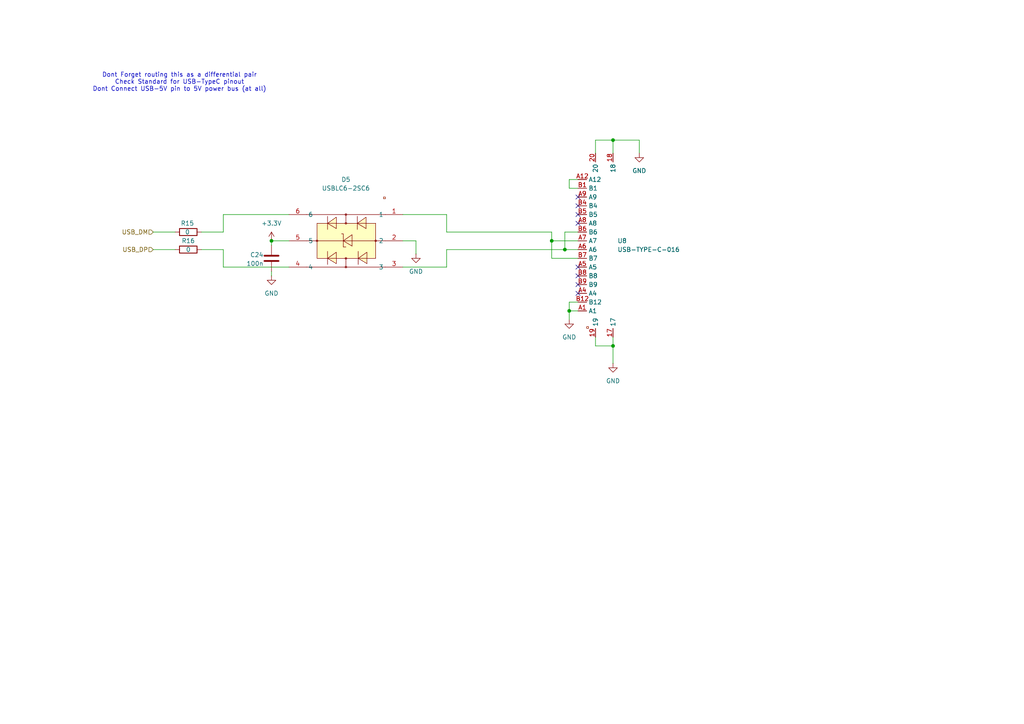
<source format=kicad_sch>
(kicad_sch (version 20250114) (generator "eeschema") (generator_version "9.0")
  (paper "A4")
  (lib_symbols
    (symbol "Device:C" (pin_numbers (hide yes)) (pin_names (offset 0.254))
      (property "Reference" "C" (at 0.635 2.54 0))
      (property "Value" "C" (at 0.635 -2.54 0))
      (symbol "C_0_1"
        (polyline (pts (xy -2.032 0.762) (xy 2.032 0.762)) (stroke (width 0.508)))
        (polyline (pts (xy -2.032 -0.762) (xy 2.032 -0.762)) (stroke (width 0.508)))
      )
      (symbol "C_1_1"
        (pin passive line (at 0 3.81 270) (length 2.794) (name "~") (number "1"))
        (pin passive line (at 0 -3.81 90) (length 2.794) (name "~") (number "2"))
      )
    )
    (symbol "Device:R" (pin_numbers (hide yes)) (pin_names (offset 0))
      (property "Reference" "R" (at 2.032 0 90))
      (property "Value" "R" (at 0 0 90))
      (symbol "R_0_1"
        (rectangle (start -1.016 -2.54) (end 1.016 2.54) (stroke (width 0.254)))
      )
      (symbol "R_1_1"
        (pin passive line (at 0 3.81 270) (length 1.27) (name "~") (number "1"))
        (pin passive line (at 0 -3.81 90) (length 1.27) (name "~") (number "2"))
      )
    )
    (symbol "EasyEDA:USB-TYPE-C-016"
      (property "Reference" "U" (at 0 12.7 0))
      (property "Value" "USB-TYPE-C-016" (at 0 -7.62 0))
      (symbol "USB-TYPE-C-016_0_1"
        (rectangle (start -16.51 5.08) (end -16 4.57) (fill (type background)))
        (pin unspecified line (at -19.05 2.54 0) (length 2.54) (name "19") (number "19"))
        (pin unspecified line (at -19.05 -2.54 0) (length 2.54) (name "17") (number "17"))
        (pin unspecified line (at -11.43 7.62 270) (length 2.54) (name "A1") (number "A1"))
        (pin unspecified line (at -8.89 7.62 270) (length 2.54) (name "B12") (number "B12"))
        (pin unspecified line (at -6.35 7.62 270) (length 2.54) (name "A4") (number "A4"))
        (pin unspecified line (at -3.81 7.62 270) (length 2.54) (name "B9") (number "B9"))
        (pin unspecified line (at -1.27 7.62 270) (length 2.54) (name "B8") (number "B8"))
        (pin unspecified line (at 1.27 7.62 270) (length 2.54) (name "A5") (number "A5"))
        (pin unspecified line (at 3.81 7.62 270) (length 2.54) (name "B7") (number "B7"))
        (pin unspecified line (at 6.35 7.62 270) (length 2.54) (name "A6") (number "A6"))
        (pin unspecified line (at 8.89 7.62 270) (length 2.54) (name "A7") (number "A7"))
        (pin unspecified line (at 11.43 7.62 270) (length 2.54) (name "B6") (number "B6"))
        (pin unspecified line (at 13.97 7.62 270) (length 2.54) (name "A8") (number "A8"))
        (pin unspecified line (at 16.51 7.62 270) (length 2.54) (name "B5") (number "B5"))
        (pin unspecified line (at 19.05 7.62 270) (length 2.54) (name "B4") (number "B4"))
        (pin unspecified line (at 21.59 7.62 270) (length 2.54) (name "A9") (number "A9"))
        (pin unspecified line (at 24.13 7.62 270) (length 2.54) (name "B1") (number "B1"))
        (pin unspecified line (at 26.67 7.62 270) (length 2.54) (name "A12") (number "A12"))
        (pin unspecified line (at 34.29 2.54 180) (length 2.54) (name "20") (number "20"))
        (pin unspecified line (at 34.29 -2.54 180) (length 2.54) (name "18") (number "18"))
      )
    )
    (symbol "EasyEDA:USBLC6-2SC6"
      (property "Reference" "D" (at 0 12.7 0))
      (property "Value" "USBLC6-2SC6" (at 0 -12.7 0))
      (symbol "USBLC6-2SC6_0_1"
        (rectangle (start -11.43 12.7) (end -10.92 12.19) (fill (type background)))
        (polyline (pts (xy -11.43 7.62) (xy 11.43 7.62)))
        (polyline (pts (xy -11.43 0) (xy 11.43 0)))
        (polyline (pts (xy -11.43 -7.62) (xy 11.43 -7.62)))
        (circle (center -8.64 0) (radius 0.25))
        (polyline (pts (xy -8.64 0) (xy -8.64 5.08) (xy 8.38 5.08) (xy 8.38 -5.08) (xy -8.64 -5.08) (xy -8.64 0)) (fill (type background)))
        (polyline (pts (xy -6.1 -6.6) (xy -3.56 -5.08) (xy -6.1 -3.3) (xy -6.1 -6.6)) (fill (type background)))
        (polyline (pts (xy -5.84 3.56) (xy -3.3 5.08) (xy -5.84 6.86) (xy -5.84 3.56)) (fill (type background)))
        (polyline (pts (xy -3.56 -3.05) (xy -3.56 -3.05) (xy -3.56 -6.86) (xy -3.56 -6.86)))
        (polyline (pts (xy -3.3 7.11) (xy -3.3 7.11) (xy -3.3 3.3) (xy -3.3 3.3)))
        (polyline (pts (xy -1.78 -1.52) (xy 0.76 0) (xy -1.78 1.78) (xy -1.78 -1.52)) (fill (type background)))
        (circle (center 0 7.62) (radius 0.25))
        (polyline (pts (xy 0 7.62) (xy 0 5.08)))
        (circle (center 0 5.08) (radius 0.25))
        (circle (center 0 -5.08) (radius 0.25))
        (polyline (pts (xy 0 -7.62) (xy 0 -5.08)))
        (circle (center 0 -7.62) (radius 0.25))
        (polyline (pts (xy 1.27 2.03) (xy 0.76 2.03) (xy 0.76 -1.78) (xy 0 -1.78)))
        (polyline (pts (xy 2.79 3.56) (xy 5.33 5.08) (xy 2.79 6.86) (xy 2.79 3.56)) (fill (type background)))
        (polyline (pts (xy 2.79 -6.6) (xy 5.33 -5.08) (xy 2.79 -3.3) (xy 2.79 -6.6)) (fill (type background)))
        (polyline (pts (xy 5.33 7.11) (xy 5.33 7.11) (xy 5.33 3.3) (xy 5.33 3.3)))
        (polyline (pts (xy 5.33 -3.05) (xy 5.33 -3.05) (xy 5.33 -6.86) (xy 5.33 -6.86)))
        (circle (center 8.38 0) (radius 0.25))
        (pin input line (at -16.51 7.62 0) (length 5.08) (name "1") (number "1"))
        (pin input line (at -16.51 0 0) (length 5.08) (name "2") (number "2"))
        (pin input line (at -16.51 -7.62 0) (length 5.08) (name "3") (number "3"))
        (pin input line (at 16.51 7.62 180) (length 5.08) (name "6") (number "6"))
        (pin input line (at 16.51 0 180) (length 5.08) (name "5") (number "5"))
        (pin input line (at 16.51 -7.62 180) (length 5.08) (name "4") (number "4"))
      )
    )
    (symbol "power:+3.3V" (power) (pin_numbers (hide yes)) (pin_names (offset 0) (hide yes))
      (property "Value" "+3.3V" (at 0 3.556 0))
      (symbol "+3.3V_0_1"
        (polyline (pts (xy -0.762 1.27) (xy 0 2.54)))
        (polyline (pts (xy 0 2.54) (xy 0.762 1.27)))
        (polyline (pts (xy 0 0) (xy 0 2.54)))
      )
      (symbol "+3.3V_1_1"
        (pin power_in line (at 0 0 90) (length 0) (name "~") (number "1"))
      )
    )
    (symbol "power:GND" (power) (pin_numbers (hide yes)) (pin_names (offset 0) (hide yes))
      (property "Value" "GND" (at 0 -3.81 0))
      (symbol "GND_0_1"
        (polyline (pts (xy 0 0) (xy 0 -1.27) (xy 1.27 -1.27) (xy 0 -2.54) (xy -1.27 -1.27) (xy 0 -1.27)))
      )
      (symbol "GND_1_1"
        (pin power_in line (at 0 0 270) (length 0) (name "~") (number "1"))
      )
    )
  )
  (text "Dont Forget routing this as a differential pair\nCheck Standard for USB-TypeC pinout\nDont Connect USB-5V pin to 5V power bus (at all)" (at 52.07 23.876 0) (effects (font (size 1.27 1.27))))
  (junction (at 78.74 69.85))
  (junction (at 165.1 90.17))
  (junction (at 177.8 100.33))
  (junction (at 160.02 69.85))
  (junction (at 163.83 72.39))
  (junction (at 177.8 40.64))
  (no_connect (at 167.64 80.01))
  (no_connect (at 167.64 64.77))
  (no_connect (at 167.64 57.15))
  (no_connect (at 167.64 77.47))
  (no_connect (at 167.64 82.55))
  (no_connect (at 167.64 59.69))
  (no_connect (at 167.64 62.23))
  (no_connect (at 167.64 85.09))
  (wire (pts (xy 64.77 77.47) (xy 64.77 72.39)))
  (wire (pts (xy 64.77 67.31) (xy 64.77 62.23)))
  (wire (pts (xy 165.1 52.07) (xy 165.1 54.61)))
  (wire (pts (xy 177.8 97.79) (xy 177.8 100.33)))
  (wire (pts (xy 167.64 67.31) (xy 163.83 67.31)))
  (wire (pts (xy 116.84 62.23) (xy 129.54 62.23)))
  (wire (pts (xy 83.82 77.47) (xy 64.77 77.47)))
  (wire (pts (xy 167.64 87.63) (xy 165.1 87.63)))
  (wire (pts (xy 64.77 62.23) (xy 83.82 62.23)))
  (wire (pts (xy 78.74 78.74) (xy 78.74 80.01)))
  (wire (pts (xy 120.65 69.85) (xy 120.65 73.66)))
  (wire (pts (xy 165.1 54.61) (xy 167.64 54.61)))
  (wire (pts (xy 129.54 77.47) (xy 116.84 77.47)))
  (wire (pts (xy 167.64 52.07) (xy 165.1 52.07)))
  (wire (pts (xy 129.54 72.39) (xy 129.54 77.47)))
  (wire (pts (xy 64.77 67.31) (xy 58.42 67.31)))
  (wire (pts (xy 160.02 67.31) (xy 160.02 69.85)))
  (wire (pts (xy 129.54 72.39) (xy 163.83 72.39)))
  (wire (pts (xy 172.72 40.64) (xy 172.72 44.45)))
  (wire (pts (xy 172.72 40.64) (xy 177.8 40.64)))
  (wire (pts (xy 177.8 100.33) (xy 177.8 105.41)))
  (wire (pts (xy 129.54 67.31) (xy 160.02 67.31)))
  (wire (pts (xy 44.45 72.39) (xy 50.8 72.39)))
  (wire (pts (xy 78.74 71.12) (xy 78.74 69.85)))
  (wire (pts (xy 185.42 40.64) (xy 185.42 44.45)))
  (wire (pts (xy 160.02 69.85) (xy 167.64 69.85)))
  (wire (pts (xy 185.42 40.64) (xy 177.8 40.64)))
  (wire (pts (xy 163.83 72.39) (xy 167.64 72.39)))
  (wire (pts (xy 172.72 100.33) (xy 177.8 100.33)))
  (wire (pts (xy 64.77 72.39) (xy 58.42 72.39)))
  (wire (pts (xy 160.02 69.85) (xy 160.02 74.93)))
  (wire (pts (xy 120.65 69.85) (xy 116.84 69.85)))
  (wire (pts (xy 129.54 62.23) (xy 129.54 67.31)))
  (wire (pts (xy 172.72 97.79) (xy 172.72 100.33)))
  (wire (pts (xy 78.74 69.85) (xy 83.82 69.85)))
  (wire (pts (xy 163.83 67.31) (xy 163.83 72.39)))
  (wire (pts (xy 165.1 90.17) (xy 165.1 92.71)))
  (wire (pts (xy 160.02 74.93) (xy 167.64 74.93)))
  (wire (pts (xy 165.1 87.63) (xy 165.1 90.17)))
  (wire (pts (xy 177.8 44.45) (xy 177.8 40.64)))
  (wire (pts (xy 44.45 67.31) (xy 50.8 67.31)))
  (wire (pts (xy 165.1 90.17) (xy 167.64 90.17)))
  (hierarchical_label "USB_DM" (shape input) (at 44.45 67.31 180))
  (hierarchical_label "USB_DP" (shape input) (at 44.45 72.39 180))
  (symbol (lib_id "power:GND") (at 185.42 44.45 0) (unit 1)
    (property "Reference" "#PWR060" (effects (hide yes)))
    (property "Value" "GND" (at 185.42 49.53 0))
    (property "Description" "Power symbol creates a global label with name \"GND\" , ground" (effects (hide yes)))
  )
  (symbol (lib_id "Device:R") (at 54.61 72.39 90) (unit 1)
    (property "Reference" "R16" (at 54.61 69.85 90))
    (property "Value" "0" (at 54.61 72.39 90))
    (property "Footprint" "Resistor_SMD:R_0805_2012Metric" (effects (hide yes)))
    (property "Description" "Resistor" (effects (hide yes)))
  )
  (symbol (lib_id "power:GND") (at 120.65 73.66 0) (unit 1)
    (property "Reference" "#PWR064" (effects (hide yes)))
    (property "Value" "GND" (at 120.65 78.74 0))
    (property "Description" "Power symbol creates a global label with name \"GND\" , ground" (effects (hide yes)))
  )
  (symbol (lib_id "power:GND") (at 78.74 80.01 0) (mirror y) (unit 1)
    (property "Reference" "#PWR065" (effects (hide yes)))
    (property "Value" "GND" (at 78.74 85.09 0))
    (property "Description" "Power symbol creates a global label with name \"GND\" , ground" (effects (hide yes)))
  )
  (symbol (lib_id "Device:C") (at 78.74 74.93 0) (mirror y) (unit 1)
    (property "Reference" "C24" (at 76.454 73.914 0) (effects (justify left)))
    (property "Value" "100n" (at 76.454 76.454 0) (effects (justify left)))
    (property "Footprint" "Capacitor_SMD:C_0805_2012Metric" (effects (hide yes)))
    (property "Description" "Unpolarized capacitor" (effects (hide yes)))
  )
  (symbol (lib_id "power:GND") (at 177.8 105.41 0) (unit 1)
    (property "Reference" "#PWR041" (effects (hide yes)))
    (property "Value" "GND" (at 177.8 110.49 0))
    (property "Description" "Power symbol creates a global label with name \"GND\" , ground" (effects (hide yes)))
  )
  (symbol (lib_id "power:GND") (at 165.1 92.71 0) (unit 1)
    (property "Reference" "#PWR092" (effects (hide yes)))
    (property "Value" "GND" (at 165.1 97.79 0))
    (property "Description" "Power symbol creates a global label with name \"GND\" , ground" (effects (hide yes)))
  )
  (symbol (lib_id "Device:R") (at 54.61 67.31 90) (unit 1)
    (property "Reference" "R15" (at 54.356 64.77 90))
    (property "Value" "0" (at 54.356 67.31 90))
    (property "Footprint" "Resistor_SMD:R_0805_2012Metric" (effects (hide yes)))
    (property "Description" "Resistor" (effects (hide yes)))
  )
  (symbol (lib_id "EasyEDA:USB-TYPE-C-016") (at 175.26 78.74 90) (unit 1)
    (property "Reference" "U8" (at 179.07 69.8499 90) (effects (justify right)))
    (property "Value" "USB-TYPE-C-016" (at 179.07 72.3899 90) (effects (justify right)))
    (property "Footprint" "EasyEDA:USB-SMD_TYPE-C16PCB1.6073" (effects (hide yes)))
    (property "LCSC Part" "C2927036" (effects (hide yes)))
  )
  (symbol (lib_id "power:+3.3V") (at 78.74 69.85 0) (mirror y) (unit 1)
    (property "Reference" "#PWR066" (effects (hide yes)))
    (property "Value" "+3.3V" (at 78.74 64.77 0))
    (property "Description" "Power symbol creates a global label with name \"+3.3V\"" (effects (hide yes)))
  )
  (symbol (lib_id "EasyEDA:USBLC6-2SC6") (at 100.33 69.85 0) (mirror y) (unit 1)
    (property "Reference" "D5" (at 100.33 52.07 0))
    (property "Value" "USBLC6-2SC6" (at 100.33 54.61 0))
    (property "Footprint" "EasyEDA:SOT-23-6_L2.9-W1.6-P0.95-LS2.8-BL" (effects (hide yes)))
    (property "Datasheet" "https://lcsc.com/product-detail/Diodes-ESD_STMicroelectronics_USBLC6-2SC6_USBLC6-2SC6_C7519.html" (effects (hide yes)))
    (property "LCSC Part" "C7519" (effects (hide yes)))
  )
)
</source>
